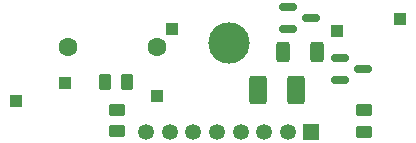
<source format=gbr>
%TF.GenerationSoftware,KiCad,Pcbnew,9.0.4*%
%TF.CreationDate,2025-11-18T22:29:26-03:00*%
%TF.ProjectId,FuzzFace,46757a7a-4661-4636-952e-6b696361645f,rev?*%
%TF.SameCoordinates,Original*%
%TF.FileFunction,Soldermask,Top*%
%TF.FilePolarity,Negative*%
%FSLAX46Y46*%
G04 Gerber Fmt 4.6, Leading zero omitted, Abs format (unit mm)*
G04 Created by KiCad (PCBNEW 9.0.4) date 2025-11-18 22:29:26*
%MOMM*%
%LPD*%
G01*
G04 APERTURE LIST*
G04 Aperture macros list*
%AMRoundRect*
0 Rectangle with rounded corners*
0 $1 Rounding radius*
0 $2 $3 $4 $5 $6 $7 $8 $9 X,Y pos of 4 corners*
0 Add a 4 corners polygon primitive as box body*
4,1,4,$2,$3,$4,$5,$6,$7,$8,$9,$2,$3,0*
0 Add four circle primitives for the rounded corners*
1,1,$1+$1,$2,$3*
1,1,$1+$1,$4,$5*
1,1,$1+$1,$6,$7*
1,1,$1+$1,$8,$9*
0 Add four rect primitives between the rounded corners*
20,1,$1+$1,$2,$3,$4,$5,0*
20,1,$1+$1,$4,$5,$6,$7,0*
20,1,$1+$1,$6,$7,$8,$9,0*
20,1,$1+$1,$8,$9,$2,$3,0*%
G04 Aperture macros list end*
%ADD10R,1.000000X1.000000*%
%ADD11R,1.350000X1.350000*%
%ADD12C,1.350000*%
%ADD13RoundRect,0.250000X0.312500X0.625000X-0.312500X0.625000X-0.312500X-0.625000X0.312500X-0.625000X0*%
%ADD14RoundRect,0.250000X0.450000X-0.262500X0.450000X0.262500X-0.450000X0.262500X-0.450000X-0.262500X0*%
%ADD15C,1.600000*%
%ADD16RoundRect,0.150000X-0.587500X-0.150000X0.587500X-0.150000X0.587500X0.150000X-0.587500X0.150000X0*%
%ADD17RoundRect,0.250001X0.507499X0.944999X-0.507499X0.944999X-0.507499X-0.944999X0.507499X-0.944999X0*%
%ADD18RoundRect,0.250000X0.262500X0.450000X-0.262500X0.450000X-0.262500X-0.450000X0.262500X-0.450000X0*%
%ADD19C,3.500000*%
%ADD20RoundRect,0.250000X-0.450000X0.262500X-0.450000X-0.262500X0.450000X-0.262500X0.450000X0.262500X0*%
G04 APERTURE END LIST*
D10*
%TO.C,*%
X101400000Y-86475000D03*
%TD*%
%TO.C,*%
X89475000Y-86925000D03*
%TD*%
%TO.C,REF\u002A\u002A*%
X102725000Y-80850000D03*
%TD*%
D11*
%TO.C,J1*%
X114500000Y-89500000D03*
D12*
X112500000Y-89500000D03*
X110500000Y-89500000D03*
X108500000Y-89500000D03*
X106500000Y-89500000D03*
X104500000Y-89500000D03*
X102500000Y-89500000D03*
X100500000Y-89500000D03*
%TD*%
D13*
%TO.C,R3*%
X115012500Y-82750000D03*
X112087500Y-82750000D03*
%TD*%
D14*
%TO.C,R2*%
X98000000Y-89462500D03*
X98000000Y-87637500D03*
%TD*%
D15*
%TO.C,C4*%
X93900000Y-82375000D03*
X101400000Y-82375000D03*
%TD*%
D10*
%TO.C,*%
X116650000Y-80950000D03*
%TD*%
D16*
%TO.C,Q2*%
X112550000Y-78950000D03*
X112550000Y-80850000D03*
X114425000Y-79900000D03*
%TD*%
D17*
%TO.C,C3*%
X113205000Y-85950000D03*
X109950000Y-85950000D03*
%TD*%
D18*
%TO.C,R5*%
X98862500Y-85300000D03*
X97037500Y-85300000D03*
%TD*%
D10*
%TO.C,*%
X122025000Y-80000000D03*
%TD*%
D19*
%TO.C,H1*%
X107500000Y-82000000D03*
%TD*%
D16*
%TO.C,Q1*%
X116962500Y-83250000D03*
X116962500Y-85150000D03*
X118837500Y-84200000D03*
%TD*%
D20*
%TO.C,R1*%
X118950000Y-87675000D03*
X118950000Y-89500000D03*
%TD*%
D10*
%TO.C,REF\u002A\u002A*%
X93625000Y-85375000D03*
%TD*%
M02*

</source>
